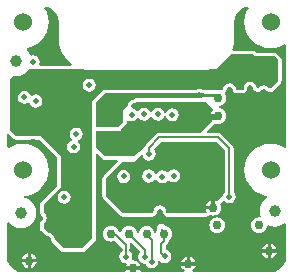
<source format=gbl>
G04*
G04 #@! TF.GenerationSoftware,Altium Limited,Altium Designer,19.1.7 (138)*
G04*
G04 Layer_Physical_Order=4*
G04 Layer_Color=16711680*
%FSLAX25Y25*%
%MOIN*%
G70*
G01*
G75*
%ADD10C,0.00787*%
%ADD38C,0.03937*%
%ADD39C,0.00866*%
%ADD40C,0.00591*%
%ADD42C,0.06000*%
%ADD43C,0.01968*%
%ADD47C,0.02953*%
G36*
X-33106Y44109D02*
X-31855Y43591D01*
X-30781Y42766D01*
X-29956Y41692D01*
X-29438Y40441D01*
X-29270Y39165D01*
X-29279Y39099D01*
Y33602D01*
X-29289D01*
X-29158Y31946D01*
X-28770Y30331D01*
X-28135Y28796D01*
X-27266Y27379D01*
X-26188Y26116D01*
X-24924Y25037D01*
X-24884Y25012D01*
X-25020Y24531D01*
X-35409D01*
X-35718Y25031D01*
X-35587Y25689D01*
X-35756Y26534D01*
X-36234Y27250D01*
X-36950Y27729D01*
X-37795Y27897D01*
X-38640Y27729D01*
X-38652Y27732D01*
X-39089Y28787D01*
X-39917Y29866D01*
X-39986Y29919D01*
X-39849Y30400D01*
X-39637Y30421D01*
X-38000Y30917D01*
X-36492Y31723D01*
X-35170Y32808D01*
X-34086Y34130D01*
X-33279Y35638D01*
X-32783Y37275D01*
X-32616Y38976D01*
X-32783Y40678D01*
X-33279Y42315D01*
X-34034Y43727D01*
X-33903Y44019D01*
X-33742Y44193D01*
X-33106Y44109D01*
D02*
G37*
G36*
X36220Y27657D02*
X42717D01*
X43799Y26575D01*
Y19504D01*
X43433Y18955D01*
X43401Y18794D01*
X41538Y16931D01*
X40905Y17005D01*
X40636Y17408D01*
X39920Y17886D01*
X39075Y18054D01*
X38230Y17886D01*
X37514Y17408D01*
X37240Y16997D01*
X36718Y17116D01*
X36587Y17774D01*
X36108Y18490D01*
X35392Y18969D01*
X34547Y19137D01*
X33702Y18969D01*
X32986Y18490D01*
X32508Y17774D01*
X32340Y16929D01*
X32361Y16824D01*
X32043Y16437D01*
X30365D01*
X29865Y16437D01*
X29697Y17282D01*
X29219Y17998D01*
X28502Y18477D01*
X27657Y18645D01*
X26813Y18477D01*
X26096Y17998D01*
X25618Y17282D01*
X25450Y16437D01*
X24950Y16437D01*
X18717D01*
X18463Y16607D01*
X17618Y16775D01*
X16773Y16607D01*
X16519Y16437D01*
X-14272Y16437D01*
X-18012Y12697D01*
X-18012Y-33071D01*
X-21358Y-36417D01*
X-27559D01*
X-30575Y-33402D01*
X-30568Y-33366D01*
X-30736Y-32521D01*
X-31214Y-31805D01*
X-31931Y-31326D01*
X-32776Y-31158D01*
X-32811Y-31165D01*
X-34252Y-29724D01*
Y-28029D01*
X-33970Y-27841D01*
X-33492Y-27124D01*
X-33324Y-26280D01*
X-33492Y-25435D01*
X-33970Y-24718D01*
X-34252Y-24530D01*
Y-21752D01*
X-28543Y-16043D01*
Y-5512D01*
X-35138Y1083D01*
X-37087D01*
X-37795Y1223D01*
X-38503Y1083D01*
X-43602D01*
X-45472Y2953D01*
Y20079D01*
X-44468Y21083D01*
X-43602Y20969D01*
X-42253Y21147D01*
X-40996Y21667D01*
X-39917Y22496D01*
X-39279Y23327D01*
X-21114D01*
X-20357Y23145D01*
X-18701Y23015D01*
Y23015D01*
X-18201Y23024D01*
X18701Y23024D01*
Y23015D01*
X20357Y23145D01*
X21114Y23327D01*
X23130D01*
X24706Y24903D01*
X24924Y25037D01*
X26188Y26116D01*
X27266Y27379D01*
X27400Y27597D01*
X28150Y28346D01*
X35531Y28346D01*
X36220Y27657D01*
D02*
G37*
G36*
X33903Y44019D02*
X34034Y43727D01*
X33279Y42315D01*
X32783Y40678D01*
X32616Y38976D01*
X32783Y37275D01*
X33279Y35638D01*
X34086Y34130D01*
X35170Y32808D01*
X36492Y31723D01*
X38000Y30917D01*
X39637Y30421D01*
X41339Y30253D01*
X43040Y30421D01*
X44677Y30917D01*
X46008Y31629D01*
X46508Y31389D01*
X46508Y-2649D01*
X46008Y-2889D01*
X44677Y-2177D01*
X43040Y-1681D01*
X41339Y-1513D01*
X39637Y-1681D01*
X38000Y-2177D01*
X36492Y-2983D01*
X35170Y-4068D01*
X34086Y-5390D01*
X33279Y-6898D01*
X32783Y-8534D01*
X32616Y-10236D01*
X32783Y-11938D01*
X33279Y-13574D01*
X34086Y-15082D01*
X35170Y-16404D01*
X36492Y-17489D01*
X38000Y-18295D01*
X39637Y-18792D01*
X40317Y-18859D01*
X40392Y-19368D01*
X40307Y-19404D01*
X39228Y-20232D01*
X38400Y-21311D01*
X37879Y-22568D01*
X37701Y-23917D01*
X37879Y-25266D01*
X38033Y-25639D01*
X37682Y-26097D01*
X37402Y-26060D01*
X36708Y-26151D01*
X36061Y-26419D01*
X35506Y-26845D01*
X35080Y-27400D01*
X34813Y-28046D01*
X34721Y-28740D01*
X34813Y-29434D01*
X35080Y-30080D01*
X35506Y-30635D01*
X36061Y-31062D01*
X36708Y-31329D01*
X37402Y-31421D01*
X38095Y-31329D01*
X38742Y-31062D01*
X39297Y-30635D01*
X39723Y-30080D01*
X39991Y-29434D01*
X40068Y-28845D01*
X40068Y-28845D01*
X40352Y-28624D01*
X40559Y-28535D01*
X41564Y-28952D01*
X42913Y-29129D01*
X44262Y-28952D01*
X45519Y-28431D01*
X46060Y-28016D01*
X46508Y-28237D01*
X46508Y-38599D01*
X46508Y-39098D01*
X46463Y-39579D01*
X46349Y-40441D01*
X45831Y-41692D01*
X45007Y-42766D01*
X43932Y-43591D01*
X42681Y-44109D01*
X41820Y-44222D01*
X41339Y-44268D01*
X40848Y-44268D01*
X15391D01*
X15239Y-43768D01*
X15762Y-43419D01*
X16309Y-42600D01*
X16384Y-42224D01*
X13976D01*
X11569D01*
X11644Y-42600D01*
X12191Y-43419D01*
X12713Y-43768D01*
X12562Y-44268D01*
X-1801D01*
X-2074Y-43768D01*
X-2022Y-43504D01*
X-4429D01*
X-6837D01*
X-6784Y-43768D01*
X-7058Y-44268D01*
X-40839D01*
X-41339Y-44268D01*
X-41820Y-44222D01*
X-42681Y-44109D01*
X-43932Y-43591D01*
X-45007Y-42766D01*
X-45831Y-41692D01*
X-46349Y-40441D01*
X-46517Y-39165D01*
X-46508Y-39098D01*
Y-27850D01*
X-46008Y-27680D01*
X-45614Y-28193D01*
X-44535Y-29021D01*
X-43278Y-29542D01*
X-41929Y-29720D01*
X-40580Y-29542D01*
X-39323Y-29021D01*
X-38244Y-28193D01*
X-37416Y-27114D01*
X-36895Y-25857D01*
X-36717Y-24508D01*
X-36895Y-23159D01*
X-37416Y-21902D01*
X-38244Y-20822D01*
X-39323Y-19994D01*
X-40580Y-19474D01*
X-40956Y-19424D01*
X-40948Y-18921D01*
X-39637Y-18792D01*
X-38000Y-18295D01*
X-36492Y-17489D01*
X-35170Y-16404D01*
X-34086Y-15082D01*
X-33279Y-13574D01*
X-32783Y-11938D01*
X-32616Y-10236D01*
X-32783Y-8534D01*
X-33279Y-6898D01*
X-34086Y-5390D01*
X-35170Y-4068D01*
X-36492Y-2983D01*
X-38000Y-2177D01*
X-39637Y-1681D01*
X-41339Y-1513D01*
X-43040Y-1681D01*
X-44677Y-2177D01*
X-46008Y-2889D01*
X-46508Y-2649D01*
Y1578D01*
X-46008Y1786D01*
X-44454Y231D01*
X-44063Y-30D01*
X-43602Y-122D01*
X-43602Y-122D01*
X-38503D01*
X-38387Y-98D01*
X-38268D01*
X-37795Y-4D01*
X-37322Y-98D01*
X-37204D01*
X-37087Y-122D01*
X-35637D01*
X-29748Y-6011D01*
Y-15544D01*
X-35103Y-20900D01*
X-35364Y-21291D01*
X-35456Y-21752D01*
X-35456Y-21752D01*
Y-24530D01*
X-35433Y-24646D01*
Y-24765D01*
X-35388Y-24875D01*
X-35364Y-24991D01*
X-35299Y-25090D01*
X-35253Y-25199D01*
X-35169Y-25283D01*
X-35103Y-25382D01*
X-35005Y-25448D01*
X-34921Y-25532D01*
X-34839Y-25587D01*
X-34626Y-25905D01*
X-34552Y-26280D01*
X-34626Y-26655D01*
X-34839Y-26972D01*
X-34921Y-27027D01*
X-35005Y-27111D01*
X-35103Y-27177D01*
X-35169Y-27276D01*
X-35253Y-27360D01*
X-35299Y-27469D01*
X-35364Y-27568D01*
X-35388Y-27684D01*
X-35433Y-27794D01*
Y-27913D01*
X-35456Y-28029D01*
Y-29724D01*
X-35364Y-30185D01*
X-35103Y-30576D01*
X-33663Y-32017D01*
X-33564Y-32083D01*
X-33480Y-32167D01*
X-33370Y-32212D01*
X-33272Y-32278D01*
X-33155Y-32301D01*
X-33046Y-32346D01*
X-32975D01*
X-32401Y-32461D01*
X-32083Y-32673D01*
X-31870Y-32991D01*
X-31756Y-33566D01*
Y-33636D01*
X-31711Y-33746D01*
X-31687Y-33862D01*
X-31622Y-33961D01*
X-31576Y-34071D01*
X-31492Y-34154D01*
X-31426Y-34253D01*
X-28411Y-37269D01*
X-28020Y-37530D01*
X-27559Y-37622D01*
X-27559Y-37622D01*
X-21358D01*
X-21358Y-37622D01*
X-20897Y-37530D01*
X-20507Y-37269D01*
X-17160Y-33922D01*
X-16899Y-33532D01*
X-16808Y-33071D01*
X-16808Y-33071D01*
X-16808Y-4939D01*
X-16346Y-4747D01*
X-14533Y-6560D01*
X-14142Y-6821D01*
X-13681Y-6913D01*
X-13681Y-6913D01*
X-9761D01*
X-9570Y-7375D01*
X-14336Y-12141D01*
X-14597Y-12531D01*
X-14688Y-12992D01*
X-14688Y-12992D01*
Y-18996D01*
X-14597Y-19457D01*
X-14336Y-19848D01*
X-14336Y-19848D01*
X-8726Y-25458D01*
X-8335Y-25719D01*
X-7874Y-25811D01*
X-7874Y-25811D01*
X1979D01*
X2038Y-25799D01*
X2097Y-25805D01*
X2266Y-25753D01*
X2440Y-25719D01*
X2489Y-25686D01*
X2547Y-25668D01*
X2684Y-25556D01*
X2831Y-25458D01*
X2864Y-25408D01*
X2910Y-25370D01*
X3152Y-25075D01*
X3180Y-25022D01*
X3223Y-24980D01*
X3290Y-24817D01*
X3374Y-24661D01*
X3380Y-24601D01*
X3402Y-24546D01*
X3524Y-23936D01*
X3736Y-23618D01*
X4054Y-23406D01*
X4429Y-23331D01*
X4804Y-23406D01*
X5122Y-23618D01*
X5334Y-23936D01*
X5456Y-24546D01*
X5479Y-24601D01*
X5485Y-24661D01*
X5568Y-24817D01*
X5636Y-24980D01*
X5678Y-25022D01*
X5706Y-25075D01*
X5948Y-25370D01*
X5994Y-25408D01*
X6028Y-25458D01*
X6175Y-25556D01*
X6312Y-25668D01*
X6369Y-25686D01*
X6418Y-25719D01*
X6592Y-25753D01*
X6761Y-25805D01*
X6821Y-25799D01*
X6879Y-25811D01*
X19685D01*
X19685Y-25811D01*
X20146Y-25719D01*
X20537Y-25458D01*
X20867Y-25128D01*
X20904Y-25156D01*
X21550Y-25424D01*
X22244Y-25515D01*
X22938Y-25424D01*
X23584Y-25156D01*
X24139Y-24730D01*
X24565Y-24175D01*
X24833Y-23528D01*
X24925Y-22835D01*
X24833Y-22141D01*
X24565Y-21494D01*
X24537Y-21457D01*
X25416Y-20579D01*
X25913Y-20628D01*
X25998Y-20754D01*
X26714Y-21233D01*
X27559Y-21401D01*
X28404Y-21233D01*
X29120Y-20754D01*
X29599Y-20038D01*
X29767Y-19193D01*
X29599Y-18348D01*
X29120Y-17632D01*
X29064Y-17594D01*
Y-3051D01*
X28950Y-2475D01*
X28624Y-1987D01*
X24982Y1655D01*
X24493Y1981D01*
X23917Y2096D01*
X20200D01*
X20009Y2558D01*
X22767Y5316D01*
X22777Y5331D01*
X23125Y5187D01*
X23819Y5095D01*
X24513Y5187D01*
X25159Y5454D01*
X25714Y5880D01*
X26140Y6435D01*
X26408Y7082D01*
X26499Y7776D01*
X26408Y8469D01*
X26140Y9116D01*
X25714Y9671D01*
X25159Y10097D01*
X24513Y10365D01*
X24089Y10420D01*
Y10925D01*
X24611Y10994D01*
X25258Y11261D01*
X25813Y11687D01*
X26239Y12242D01*
X26506Y12889D01*
X26598Y13583D01*
X26506Y14276D01*
X26239Y14923D01*
X26226Y14939D01*
X26181Y15149D01*
X26301Y15586D01*
X26367Y15684D01*
X26451Y15768D01*
X26496Y15878D01*
X26562Y15976D01*
X26585Y16093D01*
X26631Y16202D01*
X26752Y16812D01*
X26965Y17130D01*
X27283Y17342D01*
X27657Y17417D01*
X28032Y17342D01*
X28350Y17130D01*
X28563Y16812D01*
X28684Y16202D01*
X28730Y16093D01*
X28753Y15976D01*
X28819Y15878D01*
X28864Y15768D01*
X28948Y15684D01*
X29014Y15586D01*
X29112Y15520D01*
X29196Y15436D01*
X29306Y15390D01*
X29404Y15325D01*
X29521Y15301D01*
X29630Y15256D01*
X29749D01*
X29865Y15233D01*
X30365Y15233D01*
X32043D01*
X32102Y15244D01*
X32161Y15239D01*
X32331Y15290D01*
X32504Y15324D01*
X32554Y15358D01*
X32611Y15375D01*
X32748Y15487D01*
X32895Y15586D01*
X32928Y15635D01*
X32974Y15673D01*
X33291Y16060D01*
X33320Y16112D01*
X33362Y16154D01*
X33430Y16318D01*
X33513Y16474D01*
X33519Y16533D01*
X33542Y16589D01*
Y16765D01*
X33548Y16834D01*
X33642Y17304D01*
X33854Y17622D01*
X34172Y17834D01*
X34547Y17909D01*
X34922Y17834D01*
X35240Y17622D01*
X35453Y17304D01*
X35537Y16882D01*
X35620Y16680D01*
X35698Y16476D01*
X35710Y16463D01*
X35717Y16447D01*
X35871Y16293D01*
X36021Y16134D01*
X36037Y16127D01*
X36049Y16115D01*
X36251Y16031D01*
X36450Y15942D01*
X36972Y15823D01*
X36989Y15823D01*
X37005Y15816D01*
X37223D01*
X37442Y15810D01*
X37457Y15816D01*
X37475D01*
X37676Y15900D01*
X37880Y15978D01*
X37893Y15990D01*
X37909Y15996D01*
X38063Y16150D01*
X38222Y16301D01*
X38229Y16316D01*
X38241Y16328D01*
X38382Y16539D01*
X38700Y16752D01*
X39075Y16826D01*
X39450Y16752D01*
X39768Y16539D01*
X39903Y16336D01*
X39938Y16302D01*
X39960Y16259D01*
X40103Y16137D01*
X40236Y16004D01*
X40281Y15985D01*
X40318Y15954D01*
X40496Y15896D01*
X40670Y15824D01*
X40718D01*
X40765Y15809D01*
X41398Y15735D01*
X41468Y15741D01*
X41538Y15727D01*
X41701Y15760D01*
X41866Y15773D01*
X41929Y15805D01*
X41999Y15819D01*
X42137Y15911D01*
X42285Y15987D01*
X42331Y16041D01*
X42389Y16080D01*
X44252Y17943D01*
X44318Y18042D01*
X44402Y18125D01*
X44447Y18235D01*
X44513Y18334D01*
X44534Y18435D01*
X44800Y18835D01*
X44846Y18944D01*
X44912Y19043D01*
X44935Y19159D01*
X44980Y19269D01*
Y19387D01*
X45003Y19504D01*
Y26575D01*
X44912Y27036D01*
X44651Y27426D01*
X43568Y28509D01*
X43177Y28770D01*
X42717Y28862D01*
X42717Y28862D01*
X36719D01*
X36383Y29198D01*
X36383Y29198D01*
X35992Y29459D01*
X35531Y29551D01*
X35531Y29551D01*
X28897Y29551D01*
X28620Y29966D01*
X28770Y30331D01*
X29158Y31946D01*
X29289Y33602D01*
X29279D01*
Y39099D01*
X29270Y39165D01*
X29438Y40441D01*
X29956Y41692D01*
X30781Y42766D01*
X31855Y43591D01*
X33106Y44109D01*
X33742Y44193D01*
X33903Y44019D01*
D02*
G37*
G36*
X22109Y10076D02*
X22060Y9579D01*
X22034Y9561D01*
X21486Y8742D01*
X21411Y8366D01*
X23819D01*
Y7185D01*
X21411D01*
X21486Y6809D01*
X21915Y6167D01*
X17844Y2096D01*
X4232D01*
X3656Y1981D01*
X3168Y1655D01*
X-277Y-1790D01*
X-600Y-2273D01*
X-2633Y-4306D01*
X-2723Y-4366D01*
X-4065Y-5709D01*
X-13681D01*
X-16808Y-2582D01*
Y2733D01*
X-15746D01*
X-15650Y2713D01*
X-15553Y2733D01*
X-11416D01*
X-11319Y2713D01*
X-11222Y2733D01*
X-9350D01*
X-9234Y2756D01*
X-8957D01*
X-8885Y2827D01*
X-8499Y3086D01*
X-8499Y3086D01*
X-7023Y4562D01*
X-6762Y4953D01*
X-6670Y5413D01*
X-6670Y5413D01*
Y6132D01*
X-6170Y6399D01*
X-5766Y6130D01*
X-4921Y5962D01*
X-4076Y6130D01*
X-3360Y6608D01*
X-3122Y6964D01*
X-2521D01*
X-2348Y6707D01*
X-1632Y6228D01*
X-787Y6060D01*
X58Y6228D01*
X774Y6707D01*
X1252Y7423D01*
X1271Y7515D01*
X1781D01*
X1799Y7423D01*
X2277Y6707D01*
X2994Y6228D01*
X3839Y6060D01*
X4684Y6228D01*
X5400Y6707D01*
X5878Y7423D01*
X5936Y7713D01*
X6446D01*
X6523Y7324D01*
X7002Y6608D01*
X7718Y6130D01*
X8563Y5962D01*
X9408Y6130D01*
X10124Y6608D01*
X10603Y7324D01*
X10771Y8169D01*
X10603Y9014D01*
X10124Y9730D01*
X9408Y10209D01*
X8563Y10377D01*
X7718Y10209D01*
X7002Y9730D01*
X6523Y9014D01*
X6465Y8724D01*
X5956D01*
X5878Y9113D01*
X5400Y9829D01*
X4684Y10307D01*
X3839Y10475D01*
X2994Y10307D01*
X2277Y9829D01*
X1799Y9113D01*
X1781Y9020D01*
X1271D01*
X1252Y9113D01*
X774Y9829D01*
X58Y10307D01*
X-787Y10475D01*
X-1632Y10307D01*
X-2348Y9829D01*
X-2586Y9473D01*
X-3188D01*
X-3360Y9730D01*
X-4076Y10209D01*
X-4810Y10355D01*
X-4867Y10404D01*
X-4989Y10576D01*
X-5084Y10854D01*
X-5068Y10878D01*
X-5045Y10995D01*
X-4999Y11104D01*
X-4941Y11399D01*
X-4728Y11716D01*
X-4410Y11929D01*
X-4116Y11987D01*
X-4007Y12033D01*
X-3890Y12056D01*
X-3792Y12122D01*
X-3682Y12167D01*
X-3598Y12251D01*
X-3520Y12303D01*
X19882D01*
X22109Y10076D01*
D02*
G37*
G36*
X17993Y15472D02*
X18048Y15436D01*
X18157Y15390D01*
X18256Y15324D01*
X18372Y15301D01*
X18482Y15256D01*
X18600D01*
X18717Y15233D01*
X18996D01*
Y14370D01*
X18209Y13583D01*
X-3937D01*
X-4351Y13169D01*
X-4880Y13063D01*
X-5597Y12585D01*
X-6075Y11868D01*
X-6180Y11339D01*
X-7874Y9646D01*
Y5413D01*
X-9350Y3937D01*
X-16808D01*
Y12198D01*
X-13773Y15233D01*
X16519Y15233D01*
X16636Y15256D01*
X16754D01*
X16864Y15301D01*
X16980Y15324D01*
X17079Y15390D01*
X17188Y15436D01*
X17243Y15472D01*
X17618Y15547D01*
X17993Y15472D01*
D02*
G37*
G36*
X26054Y-3675D02*
Y-17594D01*
X25998Y-17632D01*
X25519Y-18348D01*
X25414Y-18877D01*
X23558Y-20734D01*
X23210Y-20502D01*
X22835Y-20427D01*
Y-22835D01*
X22244D01*
Y-23425D01*
X19837D01*
X19911Y-23801D01*
X20143Y-24148D01*
X19685Y-24606D01*
X6879D01*
X6637Y-24311D01*
X6469Y-23466D01*
X5990Y-22750D01*
X5274Y-22271D01*
X4429Y-22103D01*
X3584Y-22271D01*
X2868Y-22750D01*
X2389Y-23466D01*
X2221Y-24311D01*
X1979Y-24606D01*
X-7874D01*
X-13484Y-18996D01*
Y-12992D01*
X-8169Y-7677D01*
X-4331D01*
X-1871Y-5218D01*
X-1329Y-5382D01*
X-1252Y-5766D01*
X-774Y-6482D01*
X-58Y-6961D01*
X787Y-7129D01*
X1632Y-6961D01*
X2348Y-6482D01*
X2827Y-5766D01*
X2995Y-4921D01*
X2827Y-4076D01*
X2373Y-3397D01*
X4856Y-915D01*
X23294D01*
X26054Y-3675D01*
D02*
G37*
%LPC*%
G36*
X-19094Y20220D02*
X-19939Y20052D01*
X-20656Y19573D01*
X-21134Y18857D01*
X-21302Y18012D01*
X-21134Y17167D01*
X-20656Y16451D01*
X-19939Y15972D01*
X-19094Y15804D01*
X-18250Y15972D01*
X-17533Y16451D01*
X-17055Y17167D01*
X-16887Y18012D01*
X-17055Y18857D01*
X-17533Y19573D01*
X-18250Y20052D01*
X-19094Y20220D01*
D02*
G37*
G36*
X-40748Y16184D02*
X-41593Y16016D01*
X-42309Y15538D01*
X-42788Y14821D01*
X-42956Y13976D01*
X-42788Y13131D01*
X-42309Y12415D01*
X-41593Y11937D01*
X-40748Y11769D01*
X-39903Y11937D01*
X-39526Y12189D01*
X-38970Y11959D01*
X-38949Y11852D01*
X-38471Y11136D01*
X-37754Y10657D01*
X-36909Y10489D01*
X-36065Y10657D01*
X-35348Y11136D01*
X-34870Y11852D01*
X-34702Y12697D01*
X-34870Y13542D01*
X-35348Y14258D01*
X-36065Y14737D01*
X-36909Y14905D01*
X-37754Y14737D01*
X-38131Y14484D01*
X-38687Y14715D01*
X-38708Y14821D01*
X-39187Y15538D01*
X-39903Y16016D01*
X-40748Y16184D01*
D02*
G37*
G36*
X-23425Y3881D02*
X-24270Y3713D01*
X-24986Y3234D01*
X-25465Y2518D01*
X-25633Y1673D01*
X-25465Y828D01*
X-24986Y112D01*
X-24885Y44D01*
X-24991Y-486D01*
X-25156Y-519D01*
X-25872Y-998D01*
X-26351Y-1714D01*
X-26519Y-2559D01*
X-26351Y-3404D01*
X-25872Y-4120D01*
X-25156Y-4599D01*
X-24311Y-4767D01*
X-23466Y-4599D01*
X-22750Y-4120D01*
X-22271Y-3404D01*
X-22103Y-2559D01*
X-22271Y-1714D01*
X-22750Y-998D01*
X-22851Y-930D01*
X-22746Y-399D01*
X-22580Y-366D01*
X-21864Y112D01*
X-21385Y828D01*
X-21217Y1673D01*
X-21385Y2518D01*
X-21864Y3234D01*
X-22580Y3713D01*
X-23425Y3881D01*
D02*
G37*
G36*
X-27461Y-17182D02*
X-28306Y-17350D01*
X-29022Y-17829D01*
X-29500Y-18545D01*
X-29668Y-19390D01*
X-29500Y-20235D01*
X-29022Y-20951D01*
X-28306Y-21429D01*
X-27461Y-21598D01*
X-26616Y-21429D01*
X-25899Y-20951D01*
X-25421Y-20235D01*
X-25253Y-19390D01*
X-25421Y-18545D01*
X-25899Y-17829D01*
X-26616Y-17350D01*
X-27461Y-17182D01*
D02*
G37*
G36*
X23622Y-26060D02*
X22928Y-26151D01*
X22282Y-26419D01*
X21727Y-26845D01*
X21301Y-27400D01*
X21033Y-28046D01*
X20942Y-28740D01*
X21033Y-29434D01*
X21301Y-30080D01*
X21727Y-30635D01*
X22282Y-31062D01*
X22928Y-31329D01*
X23622Y-31421D01*
X24316Y-31329D01*
X24962Y-31062D01*
X25517Y-30635D01*
X25943Y-30080D01*
X26211Y-29434D01*
X26302Y-28740D01*
X26211Y-28046D01*
X25943Y-27400D01*
X25517Y-26845D01*
X24962Y-26419D01*
X24316Y-26151D01*
X23622Y-26060D01*
D02*
G37*
G36*
X5020Y-28317D02*
X4444Y-28432D01*
X3955Y-28758D01*
X3629Y-29247D01*
X3514Y-29823D01*
Y-30196D01*
X3532Y-30283D01*
X3316Y-30802D01*
X3225Y-31496D01*
X2757Y-31771D01*
X2654Y-31697D01*
X2680Y-31496D01*
X2589Y-30802D01*
X2321Y-30156D01*
X1895Y-29601D01*
X1340Y-29175D01*
X694Y-28907D01*
X0Y-28816D01*
X-694Y-28907D01*
X-1340Y-29175D01*
X-1895Y-29601D01*
X-2321Y-30156D01*
X-2589Y-30802D01*
X-2680Y-31496D01*
X-3148Y-31771D01*
X-3252Y-31697D01*
X-3225Y-31496D01*
X-3316Y-30802D01*
X-3584Y-30156D01*
X-4010Y-29601D01*
X-4565Y-29175D01*
X-5212Y-28907D01*
X-5906Y-28816D01*
X-6599Y-28907D01*
X-7246Y-29175D01*
X-7801Y-29601D01*
X-8227Y-30156D01*
X-8495Y-30802D01*
X-8982Y-30887D01*
X-9222Y-30802D01*
X-9490Y-30156D01*
X-9916Y-29601D01*
X-10471Y-29175D01*
X-11117Y-28907D01*
X-11811Y-28816D01*
X-12505Y-28907D01*
X-13151Y-29175D01*
X-13706Y-29601D01*
X-14132Y-30156D01*
X-14400Y-30802D01*
X-14491Y-31496D01*
X-14400Y-32190D01*
X-14132Y-32836D01*
X-13706Y-33391D01*
X-13151Y-33817D01*
X-12505Y-34085D01*
X-11811Y-34176D01*
X-11117Y-34085D01*
X-10517Y-33836D01*
X-8395Y-35958D01*
Y-37575D01*
X-8451Y-37612D01*
X-8929Y-38328D01*
X-9098Y-39173D01*
X-8929Y-40018D01*
X-8451Y-40734D01*
X-7735Y-41213D01*
X-6974Y-41364D01*
X-6669Y-41808D01*
X-6762Y-41947D01*
X-6837Y-42323D01*
X-4429D01*
X-2022D01*
X-2096Y-41947D01*
X-2644Y-41128D01*
X-3463Y-40581D01*
X-4429Y-40389D01*
X-4559Y-40414D01*
X-4839Y-39960D01*
X-4682Y-39173D01*
X-4850Y-38328D01*
X-5329Y-37612D01*
X-5384Y-37575D01*
Y-35335D01*
X-5499Y-34759D01*
X-5540Y-34698D01*
X-5151Y-34379D01*
X-2290Y-37241D01*
X-2152Y-37710D01*
X-2630Y-38427D01*
X-2798Y-39272D01*
X-2630Y-40117D01*
X-2152Y-40833D01*
X-1435Y-41311D01*
X-591Y-41479D01*
X-395Y-41440D01*
X-335Y-41742D01*
X144Y-42458D01*
X860Y-42936D01*
X1705Y-43104D01*
X2550Y-42936D01*
X3266Y-42458D01*
X3745Y-41742D01*
X3913Y-40897D01*
X3827Y-40467D01*
X4298Y-40272D01*
X4541Y-40636D01*
X5257Y-41115D01*
X6102Y-41283D01*
X6947Y-41115D01*
X7664Y-40636D01*
X8142Y-39920D01*
X8310Y-39075D01*
X8142Y-38230D01*
X7664Y-37514D01*
X6947Y-37035D01*
X6427Y-36931D01*
Y-35638D01*
X6970Y-35095D01*
X7296Y-34606D01*
X7411Y-34030D01*
Y-33691D01*
X7801Y-33391D01*
X8227Y-32836D01*
X8495Y-32190D01*
X8586Y-31496D01*
X8495Y-30802D01*
X8227Y-30156D01*
X7801Y-29601D01*
X7246Y-29175D01*
X6599Y-28907D01*
X6143Y-28847D01*
X6084Y-28758D01*
X5596Y-28432D01*
X5020Y-28317D01*
D02*
G37*
G36*
X41535Y-34896D02*
Y-36713D01*
X43352D01*
X43278Y-36337D01*
X42730Y-35518D01*
X41911Y-34970D01*
X41535Y-34896D01*
D02*
G37*
G36*
X40354Y-34896D02*
X39979Y-34970D01*
X39160Y-35518D01*
X38612Y-36337D01*
X38537Y-36713D01*
X40354D01*
Y-34896D01*
D02*
G37*
G36*
Y-37894D02*
X38537D01*
X38612Y-38269D01*
X39160Y-39088D01*
X39979Y-39636D01*
X40354Y-39711D01*
Y-37894D01*
D02*
G37*
G36*
X43352D02*
X41535D01*
Y-39711D01*
X41911Y-39636D01*
X42730Y-39088D01*
X43278Y-38269D01*
X43352Y-37894D01*
D02*
G37*
G36*
X-38484Y-38045D02*
Y-39862D01*
X-36667D01*
X-36742Y-39487D01*
X-37289Y-38667D01*
X-38109Y-38120D01*
X-38484Y-38045D01*
D02*
G37*
G36*
X-39665Y-38045D02*
X-40041Y-38120D01*
X-40860Y-38667D01*
X-41407Y-39487D01*
X-41482Y-39862D01*
X-39665D01*
Y-38045D01*
D02*
G37*
G36*
X14567Y-39226D02*
Y-41043D01*
X16384D01*
X16309Y-40668D01*
X15762Y-39849D01*
X14943Y-39301D01*
X14567Y-39226D01*
D02*
G37*
G36*
X13386D02*
X13010Y-39301D01*
X12191Y-39849D01*
X11644Y-40668D01*
X11569Y-41043D01*
X13386D01*
Y-39226D01*
D02*
G37*
G36*
X-39665Y-41043D02*
X-41482D01*
X-41407Y-41419D01*
X-40860Y-42238D01*
X-40041Y-42786D01*
X-39665Y-42860D01*
Y-41043D01*
D02*
G37*
G36*
X-36667D02*
X-38484D01*
Y-42860D01*
X-38109Y-42786D01*
X-37289Y-42238D01*
X-36742Y-41419D01*
X-36667Y-41043D01*
D02*
G37*
G36*
X9055Y-9997D02*
X8210Y-10165D01*
X7494Y-10644D01*
X7364Y-10838D01*
X6751Y-10855D01*
X6160Y-10460D01*
X5315Y-10292D01*
X4470Y-10460D01*
X3754Y-10939D01*
X3353Y-11539D01*
X2875Y-11502D01*
X2833Y-11486D01*
X2827Y-11458D01*
X2348Y-10742D01*
X1632Y-10263D01*
X787Y-10095D01*
X-58Y-10263D01*
X-774Y-10742D01*
X-1252Y-11458D01*
X-1420Y-12303D01*
X-1252Y-13148D01*
X-774Y-13864D01*
X-58Y-14343D01*
X787Y-14511D01*
X1632Y-14343D01*
X2348Y-13864D01*
X2749Y-13264D01*
X3227Y-13301D01*
X3270Y-13317D01*
X3275Y-13345D01*
X3754Y-14061D01*
X4470Y-14540D01*
X5315Y-14708D01*
X6160Y-14540D01*
X6876Y-14061D01*
X7073Y-13766D01*
X7494D01*
X8210Y-14244D01*
X9055Y-14412D01*
X9900Y-14244D01*
X10616Y-13766D01*
X11095Y-13050D01*
X11263Y-12205D01*
X11095Y-11360D01*
X10616Y-10644D01*
X9900Y-10165D01*
X9055Y-9997D01*
D02*
G37*
G36*
X-7579Y-10194D02*
X-8424Y-10362D01*
X-9140Y-10840D01*
X-9618Y-11557D01*
X-9787Y-12402D01*
X-9618Y-13246D01*
X-9140Y-13963D01*
X-8424Y-14441D01*
X-7579Y-14609D01*
X-6734Y-14441D01*
X-6018Y-13963D01*
X-5539Y-13246D01*
X-5371Y-12402D01*
X-5539Y-11557D01*
X-6018Y-10840D01*
X-6734Y-10362D01*
X-7579Y-10194D01*
D02*
G37*
G36*
X21654Y-20427D02*
X21278Y-20502D01*
X20459Y-21049D01*
X19911Y-21868D01*
X19837Y-22244D01*
X21654D01*
Y-20427D01*
D02*
G37*
%LPD*%
D10*
X-23130Y-33071D02*
Y-10236D01*
X-36614Y3248D02*
X-23130Y-10236D01*
X-36614Y3248D02*
X-35630D01*
X-33071Y689D01*
Y19390D01*
X-29626Y22835D01*
X23130D01*
D38*
X42913Y-23917D02*
D03*
X-43602Y26181D02*
D03*
X-41929Y-24508D02*
D03*
D39*
X-8857Y14567D02*
X-9812Y14520D01*
X-10758Y14380D01*
X-11686Y14147D01*
X-12586Y13825D01*
X-13451Y13416D01*
X-14271Y12924D01*
X-15039Y12355D01*
X-15748Y11713D01*
X-8857Y14567D02*
X17618D01*
X19685Y6988D02*
X22638D01*
X17618Y14567D02*
X22368D01*
X23353Y13583D01*
X23917D01*
D40*
X1705Y-40897D02*
Y-33728D01*
X1969Y-33465D01*
X-6890Y-39173D02*
Y-35335D01*
X-10276Y-31948D02*
X-6890Y-35335D01*
X-11811Y-31496D02*
X-11359Y-31948D01*
X-10276D01*
X-591Y-39272D02*
Y-36811D01*
X-5906Y-31496D02*
X-591Y-36811D01*
X4921Y-37894D02*
X6102Y-39075D01*
X4921Y-37894D02*
Y-35015D01*
X0Y-31496D02*
X1969Y-33465D01*
X5906Y-34030D02*
Y-31496D01*
X4921Y-35015D02*
X5906Y-34030D01*
X23917Y591D02*
X27559Y-3051D01*
X4232Y591D02*
X23917D01*
X787Y-2854D02*
X4232Y591D01*
X27559Y-19193D02*
Y-3051D01*
X787Y-4921D02*
Y-2854D01*
X5020Y-30196D02*
Y-29823D01*
Y-30196D02*
X5906Y-31082D01*
Y-31496D02*
Y-31082D01*
D42*
X-41339Y39098D02*
D03*
X41339D02*
D03*
X-41339Y-10114D02*
D03*
X41339D02*
D03*
D43*
X13886Y-41043D02*
D03*
X1705Y-40897D02*
D03*
X20965Y-31988D02*
D03*
X8661Y-37205D02*
D03*
X-4429Y-42913D02*
D03*
X6102Y-39075D02*
D03*
X-591Y-39272D02*
D03*
X-6890Y-39173D02*
D03*
X41587Y-33071D02*
D03*
X-37795Y-984D02*
D03*
X-36888Y-19390D02*
D03*
X45472Y18110D02*
D03*
X31890Y-17224D02*
D03*
X31693Y-3740D02*
D03*
X32776Y30906D02*
D03*
X-15650Y4921D02*
D03*
X-15748Y11713D02*
D03*
X-9350Y8366D02*
D03*
X-34055Y30906D02*
D03*
X23031Y-42913D02*
D03*
X32283Y-38583D02*
D03*
X-22933Y-42815D02*
D03*
X-32283Y-38878D02*
D03*
X-7579Y-12402D02*
D03*
X-35531Y-26280D02*
D03*
X-24311Y-2559D02*
D03*
X-14862Y-36811D02*
D03*
X-8858D02*
D03*
X-4921D02*
D03*
X12795Y-36909D02*
D03*
X34350Y25886D02*
D03*
X36417Y-24016D02*
D03*
X39075Y15846D02*
D03*
X34547Y16929D02*
D03*
X27657Y11909D02*
D03*
Y16437D02*
D03*
X-19094Y18012D02*
D03*
X-4035Y11024D02*
D03*
X-11319Y1673D02*
D03*
Y4921D02*
D03*
X-37795Y25689D02*
D03*
X-43898Y5118D02*
D03*
X-36516Y3248D02*
D03*
X17717Y10531D02*
D03*
X-23425Y1673D02*
D03*
X17618Y14567D02*
D03*
X23720Y-4921D02*
D03*
X27559Y-19193D02*
D03*
X8563Y8169D02*
D03*
X3839Y8268D02*
D03*
X-787D02*
D03*
X-4921Y8169D02*
D03*
X2953Y-14567D02*
D03*
X4429Y-24311D02*
D03*
X5315Y-12500D02*
D03*
X787Y-12303D02*
D03*
X9055Y-12205D02*
D03*
X787Y-4921D02*
D03*
X37402Y-28740D02*
D03*
X23622Y-28740D02*
D03*
X-23130Y-33071D02*
D03*
X-27461Y-19390D02*
D03*
X-32776Y-33366D02*
D03*
X-36909Y12697D02*
D03*
X-40748Y13976D02*
D03*
D47*
X13976Y-41634D02*
D03*
X-39075Y-40453D02*
D03*
X-4429Y-42913D02*
D03*
X40945Y-37303D02*
D03*
X22244Y-22835D02*
D03*
X23917Y13583D02*
D03*
X23819Y7776D02*
D03*
X5906Y-31496D02*
D03*
X-5906D02*
D03*
X37402Y-28740D02*
D03*
X-11811Y-31496D02*
D03*
X0D02*
D03*
X23622Y-28740D02*
D03*
M02*

</source>
